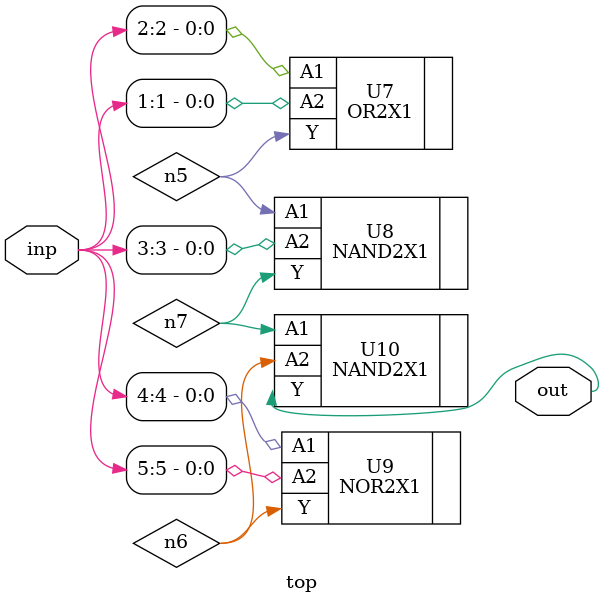
<source format=sv>


module top ( inp, out );
  input [5:0] inp;
  output out;
  wire   n5, n6, n7;

  OR2X1 U7 ( .A1(inp[2]), .A2(inp[1]), .Y(n5) );
  NAND2X1 U8 ( .A1(n5), .A2(inp[3]), .Y(n7) );
  NOR2X1 U9 ( .A1(inp[4]), .A2(inp[5]), .Y(n6) );
  NAND2X1 U10 ( .A1(n7), .A2(n6), .Y(out) );
endmodule


</source>
